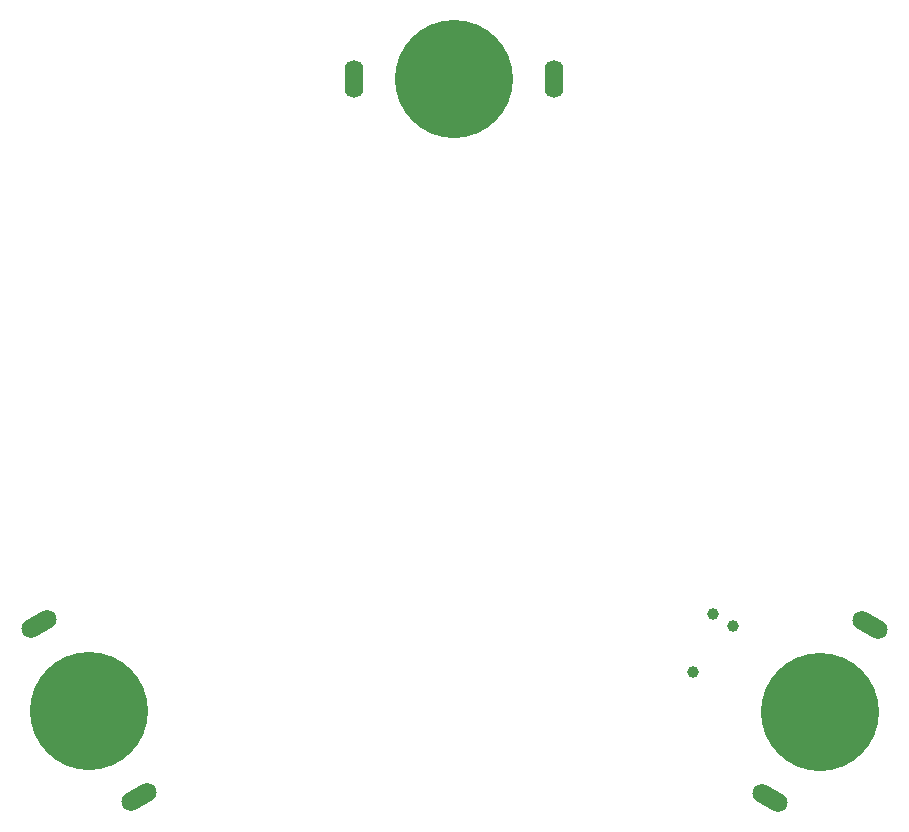
<source format=gbr>
%TF.GenerationSoftware,KiCad,Pcbnew,(7.0.0)*%
%TF.CreationDate,2023-04-30T19:25:27+03:00*%
%TF.ProjectId,LEDSpinner,4c454453-7069-46e6-9e65-722e6b696361,1.0*%
%TF.SameCoordinates,Original*%
%TF.FileFunction,Soldermask,Bot*%
%TF.FilePolarity,Negative*%
%FSLAX46Y46*%
G04 Gerber Fmt 4.6, Leading zero omitted, Abs format (unit mm)*
G04 Created by KiCad (PCBNEW (7.0.0)) date 2023-04-30 19:25:27*
%MOMM*%
%LPD*%
G01*
G04 APERTURE LIST*
G04 Aperture macros list*
%AMHorizOval*
0 Thick line with rounded ends*
0 $1 width*
0 $2 $3 position (X,Y) of the first rounded end (center of the circle)*
0 $4 $5 position (X,Y) of the second rounded end (center of the circle)*
0 Add line between two ends*
20,1,$1,$2,$3,$4,$5,0*
0 Add two circle primitives to create the rounded ends*
1,1,$1,$2,$3*
1,1,$1,$4,$5*%
G04 Aperture macros list end*
%ADD10C,1.000000*%
%ADD11HorizOval,1.600000X-0.692820X0.400000X0.692820X-0.400000X0*%
%ADD12C,10.000000*%
%ADD13O,1.600000X3.200000*%
%ADD14HorizOval,1.600000X0.692820X0.400000X-0.692820X-0.400000X0*%
G04 APERTURE END LIST*
D10*
%TO.C,J1*%
X120236266Y-114512057D03*
X121896384Y-109604648D03*
X123656148Y-110620648D03*
%TD*%
D11*
%TO.C,BT3*%
X135217499Y-110595075D03*
X126782499Y-125204923D03*
D12*
X131000000Y-117900000D03*
%TD*%
D13*
%TO.C,BT1*%
X91564999Y-64299999D03*
X108434999Y-64299999D03*
D12*
X100000000Y-64300000D03*
%TD*%
D14*
%TO.C,BT2*%
X73317499Y-125104923D03*
X64882499Y-110495075D03*
D12*
X69100000Y-117800000D03*
%TD*%
M02*

</source>
